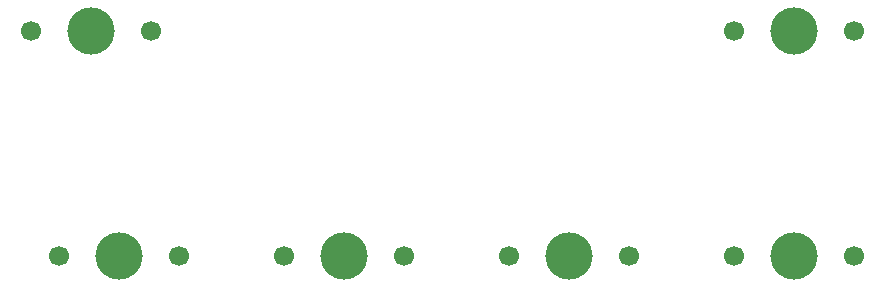
<source format=gbr>
%TF.GenerationSoftware,KiCad,Pcbnew,9.0.6*%
%TF.CreationDate,2025-12-08T21:16:02+04:00*%
%TF.ProjectId,L3MON hackpad,4c334d4f-4e20-4686-9163-6b7061642e6b,rev?*%
%TF.SameCoordinates,Original*%
%TF.FileFunction,NonPlated,1,2,NPTH,Drill*%
%TF.FilePolarity,Positive*%
%FSLAX46Y46*%
G04 Gerber Fmt 4.6, Leading zero omitted, Abs format (unit mm)*
G04 Created by KiCad (PCBNEW 9.0.6) date 2025-12-08 21:16:02*
%MOMM*%
%LPD*%
G01*
G04 APERTURE LIST*
%TA.AperFunction,ComponentDrill*%
%ADD10C,1.700000*%
%TD*%
%TA.AperFunction,ComponentDrill*%
%ADD11C,4.000000*%
%TD*%
G04 APERTURE END LIST*
D10*
%TO.C,SW1*%
X102076250Y-57150000D03*
%TO.C,SW2*%
X104457500Y-76200000D03*
%TO.C,SW1*%
X112236250Y-57150000D03*
%TO.C,SW2*%
X114617500Y-76200000D03*
%TO.C,SW3*%
X123507500Y-76200000D03*
X133667500Y-76200000D03*
%TO.C,SW4*%
X142557500Y-76200000D03*
X152717500Y-76200000D03*
%TO.C,SW6*%
X161607500Y-57150000D03*
%TO.C,SW5*%
X161607500Y-76200000D03*
%TO.C,SW6*%
X171767500Y-57150000D03*
%TO.C,SW5*%
X171767500Y-76200000D03*
D11*
%TO.C,SW1*%
X107156250Y-57150000D03*
%TO.C,SW2*%
X109537500Y-76200000D03*
%TO.C,SW3*%
X128587500Y-76200000D03*
%TO.C,SW4*%
X147637500Y-76200000D03*
%TO.C,SW6*%
X166687500Y-57150000D03*
%TO.C,SW5*%
X166687500Y-76200000D03*
M02*

</source>
